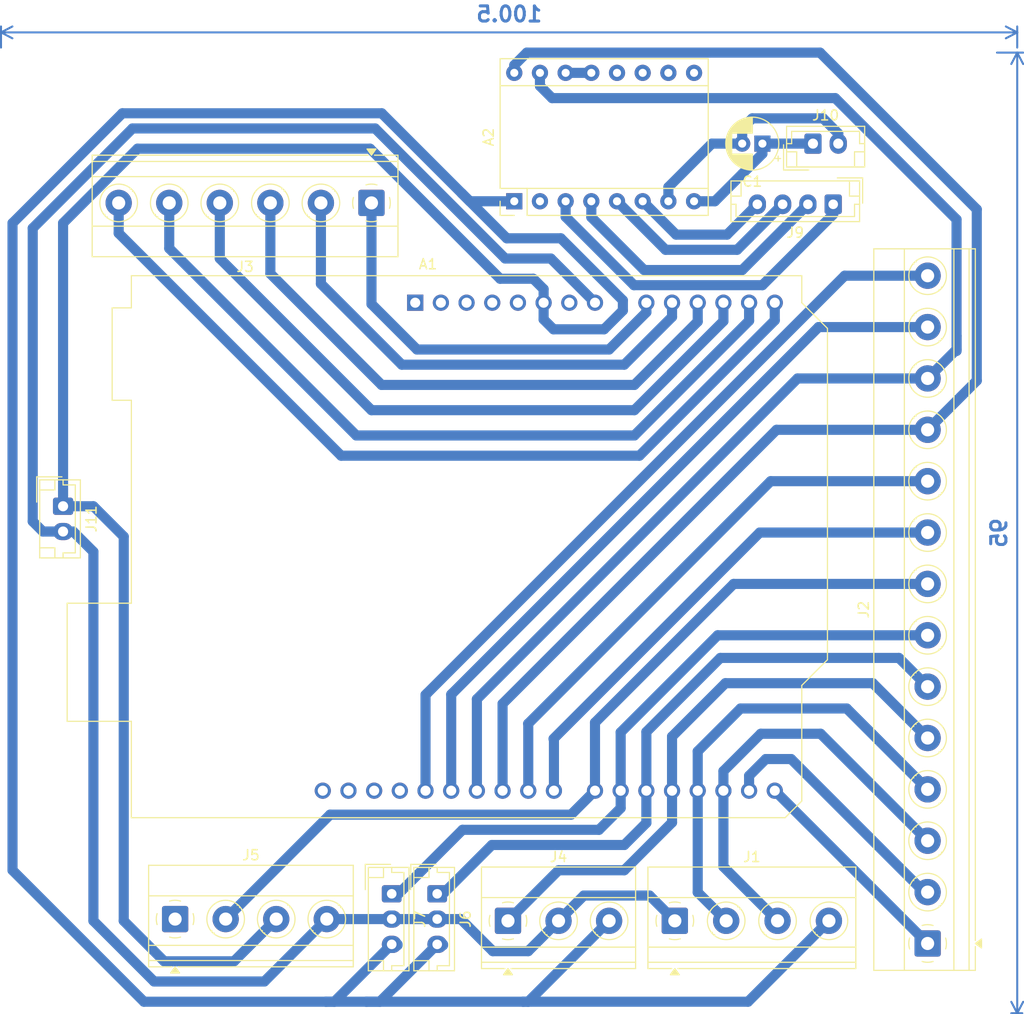
<source format=kicad_pcb>
(kicad_pcb (version 20241229) (generator "pcbnew") (generator_version "9.0")
  (layers (0 "F.Cu" signal) (2 "B.Cu" signal) (13 "F.Paste" user) (15 "B.Paste" user) (5 "F.SilkS" user "F.Silkscreen") (7 "B.SilkS" user "B.Silkscreen") (1 "F.Mask" user) (3 "B.Mask" user) (25 "Edge.Cuts" user))
  (net 0 "")
  (net 1 "/7")
  (net 2 "/0")
  (net 3 "/A1")
  (net 5 "/A4")
  (net 8 "+5V")
  (net 9 "/~9")
  (net 10 "/A5")
  (net 11 "/A3")
  (net 12 "/4")
  (net 16 "/1")
  (net 17 "/~3")
  (net 18 "/A2")
  (net 20 "/~10")
  (net 21 "/2")
  (net 22 "/12")
  (net 23 "/13")
  (net 26 "/A0")
  (net 27 "/~6")
  (net 29 "/8")
  (net 30 "GND")
  (net 31 "/~11")
  (net 32 "/~5")
  (net 35 "Net-(A2-B2)")
  (net 36 "Net-(A2-VMOT)")
  (net 37 "Net-(J10-Pin_2)")
  (net 38 "Net-(A2-B1)")
  (net 39 "Net-(A2-A2)")
  (net 40 "Net-(A2-A1)")
  (net 45 "Net-(A2-~{RST})")
  (footprint "Capacitor_THT:CP_Radial_D5.0mm_P2.00mm" (layer "F.Cu") (at 175.8 71 180)
    (property "Reference" "C1" (at 1 -3.75 0) (layer "F.SilkS"))
    (property "Value" "100u")
    (pad "1" thru_hole rect (at 0 0 180) (size 1.6 1.6) (drill 0.8) (layers "*.Cu" "*.Mask") (net 36 "Net-(A2-VMOT)"))
    (pad "2" thru_hole circle (at 2 0 180) (size 1.6 1.6) (drill 0.8) (layers "*.Cu" "*.Mask") (net 37 "Net-(J10-Pin_2)"))
  )
  (footprint "Connector_JST:JST_EH_B3B-EH-A_1x03_P2.50mm_Vertical" (layer "F.Cu") (at 143.6375 145.19 -90)
    (property "Reference" "J6" (at 2.5 -2.8 90) (layer "F.SilkS"))
    (property "Value" "Servo 1")
    (pad "1" thru_hole roundrect (at 0 0 270) (size 1.7 1.95) (drill 0.95) (layers "*.Cu" "*.Mask") (roundrect_rratio 0.147059) (net 32 "/~5"))
    (pad "2" thru_hole oval (at 2.5 0 270) (size 1.7 1.95) (drill 0.95) (layers "*.Cu" "*.Mask") (net 8 "+5V"))
    (pad "3" thru_hole oval (at 5 0 270) (size 1.7 1.95) (drill 0.95) (layers "*.Cu" "*.Mask") (net 30 "GND"))
  )
  (footprint "Module:Pololu_Breakout-16_15.2x20.3mm" (layer "F.Cu") (at 151.26 76.7 90)
    (property "Reference" "A2" (at 6.35 -2.54 90) (layer "F.SilkS"))
    (property "Value" "Stepper Driver")
    (pad "1" thru_hole rect (at 0 0 90) (size 1.6 1.6) (drill 0.8) (layers "*.Cu" "*.Mask") (net 30 "GND"))
    (pad "2" thru_hole oval (at 0 2.54 90) (size 1.6 1.6) (drill 0.8) (layers "*.Cu" "*.Mask"))
    (pad "3" thru_hole oval (at 0 5.08 90) (size 1.6 1.6) (drill 0.8) (layers "*.Cu" "*.Mask") (net 39 "Net-(A2-A2)"))
    (pad "4" thru_hole oval (at 0 7.62 90) (size 1.6 1.6) (drill 0.8) (layers "*.Cu" "*.Mask") (net 40 "Net-(A2-A1)"))
    (pad "5" thru_hole oval (at 0 10.16 90) (size 1.6 1.6) (drill 0.8) (layers "*.Cu" "*.Mask") (net 38 "Net-(A2-B1)"))
    (pad "6" thru_hole oval (at 0 12.7 90) (size 1.6 1.6) (drill 0.8) (layers "*.Cu" "*.Mask") (net 35 "Net-(A2-B2)"))
    (pad "7" thru_hole oval (at 0 15.24 90) (size 1.6 1.6) (drill 0.8) (layers "*.Cu" "*.Mask") (net 37 "Net-(J10-Pin_2)"))
    (pad "8" thru_hole oval (at 0 17.78 90) (size 1.6 1.6) (drill 0.8) (layers "*.Cu" "*.Mask") (net 36 "Net-(A2-VMOT)"))
    (pad "9" thru_hole oval (at 12.7 17.78 90) (size 1.6 1.6) (drill 0.8) (layers "*.Cu" "*.Mask"))
    (pad "10" thru_hole oval (at 12.7 15.24 90) (size 1.6 1.6) (drill 0.8) (layers "*.Cu" "*.Mask"))
    (pad "11" thru_hole oval (at 12.7 12.7 90) (size 1.6 1.6) (drill 0.8) (layers "*.Cu" "*.Mask"))
    (pad "12" thru_hole oval (at 12.7 10.16 90) (size 1.6 1.6) (drill 0.8) (layers "*.Cu" "*.Mask"))
    (pad "13" thru_hole oval (at 12.7 7.62 90) (size 1.6 1.6) (drill 0.8) (layers "*.Cu" "*.Mask") (net 45 "Net-(A2-~{RST})"))
    (pad "14" thru_hole oval (at 12.7 5.08 90) (size 1.6 1.6) (drill 0.8) (layers "*.Cu" "*.Mask") (net 45 "Net-(A2-~{RST})"))
    (pad "15" thru_hole oval (at 12.7 2.54 90) (size 1.6 1.6) (drill 0.8) (layers "*.Cu" "*.Mask") (net 31 "/~11"))
    (pad "16" thru_hole oval (at 12.7 0 90) (size 1.6 1.6) (drill 0.8) (layers "*.Cu" "*.Mask") (net 20 "/~10"))
  )
  (footprint "Module:Arduino_UNO_R3" (layer "F.Cu") (at 141.4625 86.7325)
    (property "Reference" "A1" (at 1.27 -3.81 0) (layer "F.SilkS"))
    (property "Value" "Arduino_UNO_R3")
    (pad "1" thru_hole rect (at 0 0 90) (size 1.6 1.6) (drill 1) (layers "*.Cu" "*.Mask"))
    (pad "2" thru_hole oval (at 2.54 0 90) (size 1.6 1.6) (drill 1) (layers "*.Cu" "*.Mask"))
    (pad "3" thru_hole oval (at 5.08 0 90) (size 1.6 1.6) (drill 1) (layers "*.Cu" "*.Mask"))
    (pad "4" thru_hole oval (at 7.62 0 90) (size 1.6 1.6) (drill 1) (layers "*.Cu" "*.Mask"))
    (pad "5" thru_hole oval (at 10.16 0 90) (size 1.6 1.6) (drill 1) (layers "*.Cu" "*.Mask"))
    (pad "6" thru_hole oval (at 12.7 0 90) (size 1.6 1.6) (drill 1) (layers "*.Cu" "*.Mask") (net 30 "GND"))
    (pad "7" thru_hole oval (at 15.24 0 90) (size 1.6 1.6) (drill 1) (layers "*.Cu" "*.Mask"))
    (pad "8" thru_hole oval (at 17.78 0 90) (size 1.6 1.6) (drill 1) (layers "*.Cu" "*.Mask") (net 8 "+5V"))
    (pad "9" thru_hole oval (at 22.86 0 90) (size 1.6 1.6) (drill 1) (layers "*.Cu" "*.Mask") (net 26 "/A0"))
    (pad "10" thru_hole oval (at 25.4 0 90) (size 1.6 1.6) (drill 1) (layers "*.Cu" "*.Mask") (net 3 "/A1"))
    (pad "11" thru_hole oval (at 27.94 0 90) (size 1.6 1.6) (drill 1) (layers "*.Cu" "*.Mask") (net 18 "/A2"))
    (pad "12" thru_hole oval (at 30.48 0 90) (size 1.6 1.6) (drill 1) (layers "*.Cu" "*.Mask") (net 11 "/A3"))
    (pad "13" thru_hole oval (at 33.02 0 90) (size 1.6 1.6) (drill 1) (layers "*.Cu" "*.Mask") (net 5 "/A4"))
    (pad "14" thru_hole oval (at 35.56 0 90) (size 1.6 1.6) (drill 1) (layers "*.Cu" "*.Mask") (net 10 "/A5"))
    (pad "15" thru_hole oval (at 35.56 48.26 90) (size 1.6 1.6) (drill 1) (layers "*.Cu" "*.Mask") (net 2 "/0"))
    (pad "16" thru_hole oval (at 33.02 48.26 90) (size 1.6 1.6) (drill 1) (layers "*.Cu" "*.Mask") (net 16 "/1"))
    (pad "17" thru_hole oval (at 30.48 48.26 90) (size 1.6 1.6) (drill 1) (layers "*.Cu" "*.Mask") (net 21 "/2"))
    (pad "18" thru_hole oval (at 27.94 48.26 90) (size 1.6 1.6) (drill 1) (layers "*.Cu" "*.Mask") (net 17 "/~3"))
    (pad "19" thru_hole oval (at 25.4 48.26 90) (size 1.6 1.6) (drill 1) (layers "*.Cu" "*.Mask") (net 12 "/4"))
    (pad "20" thru_hole oval (at 22.86 48.26 90) (size 1.6 1.6) (drill 1) (layers "*.Cu" "*.Mask") (net 32 "/~5"))
    (pad "21" thru_hole oval (at 20.32 48.26 90) (size 1.6 1.6) (drill 1) (layers "*.Cu" "*.Mask") (net 27 "/~6"))
    (pad "22" thru_hole oval (at 17.78 48.26 90) (size 1.6 1.6) (drill 1) (layers "*.Cu" "*.Mask") (net 1 "/7"))
    (pad "23" thru_hole oval (at 13.72 48.26 90) (size 1.6 1.6) (drill 1) (layers "*.Cu" "*.Mask") (net 29 "/8"))
    (pad "24" thru_hole oval (at 11.18 48.26 90) (size 1.6 1.6) (drill 1) (layers "*.Cu" "*.Mask") (net 9 "/~9"))
    (pad "25" thru_hole oval (at 8.64 48.26 90) (size 1.6 1.6) (drill 1) (layers "*.Cu" "*.Mask") (net 20 "/~10"))
    (pad "26" thru_hole oval (at 6.1 48.26 90) (size 1.6 1.6) (drill 1) (layers "*.Cu" "*.Mask") (net 31 "/~11"))
    (pad "27" thru_hole oval (at 3.56 48.26 90) (size 1.6 1.6) (drill 1) (layers "*.Cu" "*.Mask") (net 22 "/12"))
    (pad "28" thru_hole oval (at 1.02 48.26 90) (size 1.6 1.6) (drill 1) (layers "*.Cu" "*.Mask") (net 23 "/13"))
    (pad "29" thru_hole oval (at -1.52 48.26 90) (size 1.6 1.6) (drill 1) (layers "*.Cu" "*.Mask"))
    (pad "30" thru_hole oval (at -4.06 48.26 90) (size 1.6 1.6) (drill 1) (layers "*.Cu" "*.Mask"))
    (pad "31" thru_hole oval (at -6.6 48.26 90) (size 1.6 1.6) (drill 1) (layers "*.Cu" "*.Mask"))
    (pad "32" thru_hole oval (at -9.14 48.26 90) (size 1.6 1.6) (drill 1) (layers "*.Cu" "*.Mask"))
  )
  (footprint "TerminalBlock_Phoenix:TerminalBlock_Phoenix_MKDS-1,5-3_1x03_P5.00mm_Horizontal" (layer "F.Cu") (at 150.6375 147.8625)
    (property "Reference" "J4" (at 5 -6.32 0) (layer "F.SilkS"))
    (property "Value" "Ir Sensor")
    (pad "1" thru_hole roundrect (at 0 0) (size 2.6 2.6) (drill 1.3) (layers "*.Cu" "*.Mask") (roundrect_rratio 0.096154) (net 12 "/4"))
    (pad "2" thru_hole circle (at 5 0) (size 2.6 2.6) (drill 1.3) (layers "*.Cu" "*.Mask") (net 8 "+5V"))
    (pad "3" thru_hole circle (at 10 0) (size 2.6 2.6) (drill 1.3) (layers "*.Cu" "*.Mask") (net 30 "GND"))
  )
  (footprint "TerminalBlock_Phoenix:TerminalBlock_Phoenix_MKDS-1,5-6_1x06_P5.00mm_Horizontal" (layer "F.Cu") (at 137.1375 76.8625 180)
    (property "Reference" "J3" (at 12.5 -6.32 0) (layer "F.SilkS"))
    (property "Value" "Additional analog")
    (pad "1" thru_hole roundrect (at 0 0 180) (size 2.6 2.6) (drill 1.3) (layers "*.Cu" "*.Mask") (roundrect_rratio 0.096154) (net 26 "/A0"))
    (pad "2" thru_hole circle (at 5 0 180) (size 2.6 2.6) (drill 1.3) (layers "*.Cu" "*.Mask") (net 3 "/A1"))
    (pad "3" thru_hole circle (at 10 0 180) (size 2.6 2.6) (drill 1.3) (layers "*.Cu" "*.Mask") (net 18 "/A2"))
    (pad "4" thru_hole circle (at 15 0 180) (size 2.6 2.6) (drill 1.3) (layers "*.Cu" "*.Mask") (net 11 "/A3"))
    (pad "5" thru_hole circle (at 20 0 180) (size 2.6 2.6) (drill 1.3) (layers "*.Cu" "*.Mask") (net 5 "/A4"))
    (pad "6" thru_hole circle (at 25 0 180) (size 2.6 2.6) (drill 1.3) (layers "*.Cu" "*.Mask") (net 10 "/A5"))
  )
  (footprint "TerminalBlock_Phoenix:TerminalBlock_Phoenix_MKDS-1,5-4-5.08_1x04_P5.08mm_Horizontal" (layer "F.Cu") (at 167.1375 147.8625)
    (property "Reference" "J1" (at 7.62 -6.32 0) (layer "F.SilkS"))
    (property "Value" "Ultra Sonic")
    (pad "1" thru_hole roundrect (at 0 0) (size 2.6 2.6) (drill 1.3) (layers "*.Cu" "*.Mask") (roundrect_rratio 0.096154) (net 8 "+5V"))
    (pad "2" thru_hole circle (at 5.08 0) (size 2.6 2.6) (drill 1.3) (layers "*.Cu" "*.Mask") (net 17 "/~3"))
    (pad "3" thru_hole circle (at 10.16 0) (size 2.6 2.6) (drill 1.3) (layers "*.Cu" "*.Mask") (net 21 "/2"))
    (pad "4" thru_hole circle (at 15.24 0) (size 2.6 2.6) (drill 1.3) (layers "*.Cu" "*.Mask") (net 30 "GND"))
  )
  (footprint "Connector_JST:JST_EH_B2B-EH-A_1x02_P2.50mm_Vertical" (layer "F.Cu") (at 180.8 71)
    (property "Reference" "J10" (at 1.25 -2.8 0) (layer "F.SilkS"))
    (property "Value" "12V")
    (pad "1" thru_hole roundrect (at 0 0) (size 1.7 2) (drill 1) (layers "*.Cu" "*.Mask") (roundrect_rratio 0.147059) (net 36 "Net-(A2-VMOT)"))
    (pad "2" thru_hole oval (at 2.5 0) (size 1.7 2) (drill 1) (layers "*.Cu" "*.Mask") (net 37 "Net-(J10-Pin_2)"))
  )
  (footprint "Connector_JST:JST_EH_B2B-EH-A_1x02_P2.50mm_Vertical" (layer "F.Cu") (at 106.6375 106.8625 -90)
    (property "Reference" "J11" (at 1.25 -2.8 90) (layer "F.SilkS"))
    (property "Value" "Power")
    (pad "1" thru_hole roundrect (at 0 0 270) (size 1.7 2) (drill 1) (layers "*.Cu" "*.Mask") (roundrect_rratio 0.147059) (net 30 "GND"))
    (pad "2" thru_hole oval (at 2.5 0 270) (size 1.7 2) (drill 1) (layers "*.Cu" "*.Mask") (net 8 "+5V"))
  )
  (footprint "Connector_JST:JST_EH_B3B-EH-A_1x03_P2.50mm_Vertical" (layer "F.Cu") (at 139.1375 145.19 -90)
    (property "Reference" "J7" (at 2.5 -2.8 90) (layer "F.SilkS"))
    (property "Value" "Servo 2")
    (pad "1" thru_hole roundrect (at 0 0 270) (size 1.7 1.95) (drill 0.95) (layers "*.Cu" "*.Mask") (roundrect_rratio 0.147059) (net 27 "/~6"))
    (pad "2" thru_hole oval (at 2.5 0 270) (size 1.7 1.95) (drill 0.95) (layers "*.Cu" "*.Mask") (net 8 "+5V"))
    (pad "3" thru_hole oval (at 5 0 270) (size 1.7 1.95) (drill 0.95) (layers "*.Cu" "*.Mask") (net 30 "GND"))
  )
  (footprint "Connector_JST:JST_EH_B4B-EH-A_1x04_P2.50mm_Vertical" (layer "F.Cu") (at 182.8 77 180)
    (property "Reference" "J9" (at 3.75 -2.8 0) (layer "F.SilkS"))
    (property "Value" "Stepper")
    (pad "1" thru_hole roundrect (at 0 0 180) (size 1.7 1.95) (drill 0.95) (layers "*.Cu" "*.Mask") (roundrect_rratio 0.147059) (net 39 "Net-(A2-A2)"))
    (pad "2" thru_hole oval (at 2.5 0 180) (size 1.7 1.95) (drill 0.95) (layers "*.Cu" "*.Mask") (net 40 "Net-(A2-A1)"))
    (pad "3" thru_hole oval (at 5 0 180) (size 1.7 1.95) (drill 0.95) (layers "*.Cu" "*.Mask") (net 38 "Net-(A2-B1)"))
    (pad "4" thru_hole oval (at 7.5 0 180) (size 1.7 1.95) (drill 0.95) (layers "*.Cu" "*.Mask") (net 35 "Net-(A2-B2)"))
  )
  (footprint "TerminalBlock_Phoenix:TerminalBlock_Phoenix_MKDS-1,5-4_1x04_P5.00mm_Horizontal" (layer "F.Cu") (at 117.7175 147.69)
    (property "Reference" "J5" (at 7.5 -6.32 0) (layer "F.SilkS"))
    (property "Value" "Smoke Sensor")
    (pad "1" thru_hole roundrect (at 0 0) (size 2.6 2.6) (drill 1.3) (layers "*.Cu" "*.Mask") (roundrect_rratio 0.096154))
    (pad "2" thru_hole circle (at 5 0) (size 2.6 2.6) (drill 1.3) (layers "*.Cu" "*.Mask") (net 1 "/7"))
    (pad "3" thru_hole circle (at 10 0) (size 2.6 2.6) (drill 1.3) (layers "*.Cu" "*.Mask") (net 30 "GND"))
    (pad "4" thru_hole circle (at 15 0) (size 2.6 2.6) (drill 1.3) (layers "*.Cu" "*.Mask") (net 8 "+5V"))
  )
  (footprint "TerminalBlock_Phoenix:TerminalBlock_Phoenix_MKDS-1,5-14-5.08_1x14_P5.08mm_Horizontal" (layer "F.Cu") (at 192.1375 150.1025 90)
    (property "Reference" "J2" (at 33.02 -6.32 90) (layer "F.SilkS"))
    (property "Value" "Additional Digital")
    (pad "1" thru_hole roundrect (at 0 0 90) (size 2.6 2.6) (drill 1.3) (layers "*.Cu" "*.Mask") (roundrect_rratio 0.096154) (net 2 "/0"))
    (pad "2" thru_hole circle (at 5.08 0 90) (size 2.6 2.6) (drill 1.3) (layers "*.Cu" "*.Mask") (net 16 "/1"))
    (pad "3" thru_hole circle (at 10.16 0 90) (size 2.6 2.6) (drill 1.3) (layers "*.Cu" "*.Mask") (net 21 "/2"))
    (pad "4" thru_hole circle (at 15.24 0 90) (size 2.6 2.6) (drill 1.3) (layers "*.Cu" "*.Mask") (net 17 "/~3"))
    (pad "5" thru_hole circle (at 20.32 0 90) (size 2.6 2.6) (drill 1.3) (layers "*.Cu" "*.Mask") (net 12 "/4"))
    (pad "6" thru_hole circle (at 25.4 0 90) (size 2.6 2.6) (drill 1.3) (layers "*.Cu" "*.Mask") (net 32 "/~5"))
    (pad "7" thru_hole circle (at 30.48 0 90) (size 2.6 2.6) (drill 1.3) (layers "*.Cu" "*.Mask") (net 27 "/~6"))
    (pad "8" thru_hole circle (at 35.56 0 90) (size 2.6 2.6) (drill 1.3) (layers "*.Cu" "*.Mask") (net 1 "/7"))
    (pad "9" thru_hole circle (at 40.64 0 90) (size 2.6 2.6) (drill 1.3) (layers "*.Cu" "*.Mask") (net 29 "/8"))
    (pad "10" thru_hole circle (at 45.72 0 90) (size 2.6 2.6) (drill 1.3) (layers "*.Cu" "*.Mask") (net 9 "/~9"))
    (pad "11" thru_hole circle (at 50.8 0 90) (size 2.6 2.6) (drill 1.3) (layers "*.Cu" "*.Mask") (net 20 "/~10"))
    (pad "12" thru_hole circle (at 55.88 0 90) (size 2.6 2.6) (drill 1.3) (layers "*.Cu" "*.Mask") (net 31 "/~11"))
    (pad "13" thru_hole circle (at 60.96 0 90) (size 2.6 2.6) (drill 1.3) (layers "*.Cu" "*.Mask") (net 22 "/12"))
    (pad "14" thru_hole circle (at 66.04 0 90) (size 2.6 2.6) (drill 1.3) (layers "*.Cu" "*.Mask") (net 23 "/13"))
  )
  (dimension (type orthogonal) (layer "B.Cu") (pts (xy 198.5 62) (xy 202 157)) (height 2.5) (orientation 1) (format (prefix "") (suffix "") (units 3) (units_format 0) (precision 4) (suppress_zeroes yes)) (style (thickness 0.2) (arrow_length 1.27) (text_position_mode 0) (arrow_direction outward) (extension_height 0.58642) (extension_offset 0.5) (keep_text_aligned yes)) (gr_text "95" (at 199.2 109.5 90) (layer "B.Cu") (effects (font (size 1.5 1.5) (thickness 0.3)) (justify mirror))))
  (dimension (type orthogonal) (layer "B.Cu") (pts (xy 201 62) (xy 100.5 62)) (height -2) (orientation 0) (format (prefix "") (suffix "") (units 3) (units_format 0) (precision 4) (suppress_zeroes yes)) (style (thickness 0.2) (arrow_length 1.27) (text_position_mode 0) (arrow_direction outward) (extension_height 0.58642) (extension_offset 0.5) (keep_text_aligned yes)) (gr_text "100.5" (at 150.75 58.2 0) (layer "B.Cu") (effects (font (size 1.5 1.5) (thickness 0.3)) (justify mirror))))
  (segment (start 133.045 137.3625) (end 156.8725 137.3625) (width 1) (layer "B.Cu") (net 1))
  (segment (start 156.8725 137.3625) (end 159.2425 134.9925) (width 1) (layer "B.Cu") (net 1))
  (segment (start 192.1375 114.5425) (end 172.9575 114.5425) (width 1) (layer "B.Cu") (net 1))
  (segment (start 172.9575 114.5425) (end 159.2425 128.2575) (width 1) (layer "B.Cu") (net 1))
  (segment (start 122.7175 147.69) (end 133.045 137.3625) (width 1) (layer "B.Cu") (net 1))
  (segment (start 159.2425 134.9925) (end 159.2425 128.2575) (width 1) (layer "B.Cu") (net 1))
  (segment (start 192.1325 150.1025) (end 177.0225 134.9925) (width 1) (layer "B.Cu") (net 2))
  (segment (start 192.1375 150.1025) (end 192.1325 150.1025) (width 1) (layer "B.Cu") (net 2))
  (segment (start 132.1375 76.8625) (end 132.1375 84.8625) (width 1) (layer "B.Cu") (net 3))
  (segment (start 132.1375 84.8625) (end 140.1375 92.8625) (width 1) (layer "B.Cu") (net 3))
  (segment (start 166.8625 88.1375) (end 166.8625 86.7325) (width 1) (layer "B.Cu") (net 3))
  (segment (start 140.1375 92.8625) (end 162.1375 92.8625) (width 1) (layer "B.Cu") (net 3))
  (segment (start 162.1375 92.8625) (end 166.8625 88.1375) (width 1) (layer "B.Cu") (net 3))
  (segment (start 174.4825 88.5175) (end 174.4825 86.7325) (width 1) (layer "B.Cu") (net 5))
  (segment (start 163.1375 99.8625) (end 174.4825 88.5175) (width 1) (layer "B.Cu") (net 5))
  (segment (start 135.6375 99.8625) (end 163.1375 99.8625) (width 1) (layer "B.Cu") (net 5))
  (segment (start 117.1375 81.3625) (end 135.6375 99.8625) (width 1) (layer "B.Cu") (net 5))
  (segment (start 117.1375 76.8625) (end 117.1375 81.3625) (width 1) (layer "B.Cu") (net 5))
  (segment (start 107.6375 109.3625) (end 106.6375 109.3625) (width 1) (layer "B.Cu") (net 8))
  (segment (start 103.6375 79.3625) (end 103.6375 108.3625) (width 1) (layer "B.Cu") (net 8))
  (segment (start 158.1375 145.3625) (end 155.6375 147.8625) (width 1) (layer "B.Cu") (net 8))
  (segment (start 154.8725 82.3625) (end 150.3625 82.3625) (width 1) (layer "B.Cu") (net 8))
  (segment (start 109.6375 147.8625) (end 109.6375 111.3625) (width 1) (layer "B.Cu") (net 8))
  (segment (start 149.1375 150.8625) (end 145.965 147.69) (width 1) (layer "B.Cu") (net 8))
  (segment (start 103.6375 108.3625) (end 104.6375 109.3625) (width 1) (layer "B.Cu") (net 8))
  (segment (start 132.7175 147.69) (end 139.7175 147.69) (width 1) (layer "B.Cu") (net 8))
  (segment (start 167.1375 147.8625) (end 164.6375 145.3625) (width 1) (layer "B.Cu") (net 8))
  (segment (start 109.6375 111.3625) (end 107.6375 109.3625) (width 1) (layer "B.Cu") (net 8))
  (segment (start 152.6375 150.8625) (end 149.1375 150.8625) (width 1) (layer "B.Cu") (net 8))
  (segment (start 115.6375 153.8625) (end 109.6375 147.8625) (width 1) (layer "B.Cu") (net 8))
  (segment (start 132.7175 147.69) (end 126.545 153.8625) (width 1) (layer "B.Cu") (net 8))
  (segment (start 164.6375 145.3625) (end 158.1375 145.3625) (width 1) (layer "B.Cu") (net 8))
  (segment (start 150.3625 82.3625) (end 137.5 69.5) (width 1) (layer "B.Cu") (net 8))
  (segment (start 126.545 153.8625) (end 115.6375 153.8625) (width 1) (layer "B.Cu") (net 8))
  (segment (start 137.5 69.5) (end 113.5 69.5) (width 1) (layer "B.Cu") (net 8))
  (segment (start 145.965 147.69) (end 143.6375 147.69) (width 1) (layer "B.Cu") (net 8))
  (segment (start 155.6375 147.8625) (end 152.6375 150.8625) (width 1) (layer "B.Cu") (net 8))
  (segment (start 113.5 69.5) (end 103.6375 79.3625) (width 1) (layer "B.Cu") (net 8))
  (segment (start 104.6375 109.3625) (end 106.6375 109.3625) (width 1) (layer "B.Cu") (net 8))
  (segment (start 132.7175 147.69) (end 132.7175 147.7825) (width 1) (layer "B.Cu") (net 8))
  (segment (start 159.2425 86.7325) (end 154.8725 82.3625) (width 1) (layer "B.Cu") (net 8))
  (segment (start 144.2175 147.69) (end 139.7175 147.69) (width 1) (layer "B.Cu") (net 8))
  (segment (start 176.6175 104.3825) (end 152.6375 128.3625) (width 1) (layer "B.Cu") (net 9))
  (segment (start 152.6425 128.3675) (end 152.6425 134.9925) (width 1) (layer "B.Cu") (net 9))
  (segment (start 152.6375 128.3625) (end 152.6425 128.3675) (width 1) (layer "B.Cu") (net 9))
  (segment (start 192.1375 104.3825) (end 176.6175 104.3825) (width 1) (layer "B.Cu") (net 9))
  (segment (start 163.6375 101.8625) (end 134.1375 101.8625) (width 1) (layer "B.Cu") (net 10))
  (segment (start 112.1375 76.8625) (end 112.1375 79.8625) (width 1) (layer "B.Cu") (net 10))
  (segment (start 112.1375 79.8625) (end 134.1375 101.8625) (width 1) (layer "B.Cu") (net 10))
  (segment (start 177.0225 88.4775) (end 163.6375 101.8625) (width 1) (layer "B.Cu") (net 10))
  (segment (start 177.0225 86.7325) (end 177.0225 88.4775) (width 1) (layer "B.Cu") (net 10))
  (segment (start 163.1375 97.3625) (end 171.9425 88.5575) (width 1) (layer "B.Cu") (net 11))
  (segment (start 137.1375 97.3625) (end 163.1375 97.3625) (width 1) (layer "B.Cu") (net 11))
  (segment (start 122.1375 82.3625) (end 137.1375 97.3625) (width 1) (layer "B.Cu") (net 11))
  (segment (start 171.9425 88.5575) (end 171.9425 86.7325) (width 1) (layer "B.Cu") (net 11))
  (segment (start 122.1375 76.8625) (end 122.1375 82.3625) (width 1) (layer "B.Cu") (net 11))
  (segment (start 186.7175 124.3625) (end 172.1375 124.3625) (width 1) (layer "B.Cu") (net 12))
  (segment (start 192.1375 129.7825) (end 186.7175 124.3625) (width 1) (layer "B.Cu") (net 12))
  (segment (start 166.8625 138.1375) (end 166.8625 134.9925) (width 1) (layer "B.Cu") (net 12))
  (segment (start 155.6375 142.8625) (end 162.1375 142.8625) (width 1) (layer "B.Cu") (net 12))
  (segment (start 166.8625 129.6375) (end 166.8625 134.9925) (width 1) (layer "B.Cu") (net 12))
  (segment (start 172.1375 124.3625) (end 166.8625 129.6375) (width 1) (layer "B.Cu") (net 12))
  (segment (start 150.6375 147.8625) (end 155.6375 142.8625) (width 1) (layer "B.Cu") (net 12))
  (segment (start 162.1375 142.8625) (end 166.8625 138.1375) (width 1) (layer "B.Cu") (net 12))
  (segment (start 176.1375 131.8625) (end 174.4825 133.5175) (width 1) (layer "B.Cu") (net 16))
  (segment (start 178.6375 131.8625) (end 176.1375 131.8625) (width 1) (layer "B.Cu") (net 16))
  (segment (start 191.7975 145.0225) (end 178.6375 131.8625) (width 1) (layer "B.Cu") (net 16))
  (segment (start 192.1375 145.0225) (end 191.7975 145.0225) (width 1) (layer "B.Cu") (net 16))
  (segment (start 174.4825 133.5175) (end 174.4825 134.9925) (width 1) (layer "B.Cu") (net 16))
  (segment (start 169.4025 131.0975) (end 169.4025 134.9925) (width 1) (layer "B.Cu") (net 17))
  (segment (start 169.4025 145.0475) (end 172.2175 147.8625) (width 1) (layer "B.Cu") (net 17))
  (segment (start 169.4025 134.9925) (end 169.4025 145.0475) (width 1) (layer "B.Cu") (net 17))
  (segment (start 192.1375 134.8625) (end 184.1375 126.8625) (width 1) (layer "B.Cu") (net 17))
  (segment (start 173.6375 126.8625) (end 169.4025 131.0975) (width 1) (layer "B.Cu") (net 17))
  (segment (start 184.1375 126.8625) (end 173.6375 126.8625) (width 1) (layer "B.Cu") (net 17))
  (segment (start 127.1375 83.8625) (end 138.1375 94.8625) (width 1) (layer "B.Cu") (net 18))
  (segment (start 169.4025 88.5975) (end 169.4025 86.7325) (width 1) (layer "B.Cu") (net 18))
  (segment (start 127.1375 76.8625) (end 127.1375 83.8625) (width 1) (layer "B.Cu") (net 18))
  (segment (start 163.1375 94.8625) (end 169.4025 88.5975) (width 1) (layer "B.Cu") (net 18))
  (segment (start 138.1375 94.8625) (end 163.1375 94.8625) (width 1) (layer "B.Cu") (net 18))
  (segment (start 197 94.44) (end 192.1375 99.3025) (width 1) (layer "B.Cu") (net 20))
  (segment (start 151.26 64) (end 151.26 63.24) (width 1) (layer "B.Cu") (net 20))
  (segment (start 177.1975 99.3025) (end 150.1025 126.3975) (width 1) (layer "B.Cu") (net 20))
  (segment (start 181.5 62) (end 197 77.5) (width 1) (layer "B.Cu") (net 20))
  (segment (start 150.1025 126.3975) (end 150.1025 134.9925) (width 1) (layer "B.Cu") (net 20))
  (segment (start 192.1375 99.3025) (end 177.1975 99.3025) (width 1) (layer "B.Cu") (net 20))
  (segment (start 152.5 62) (end 181.5 62) (width 1) (layer "B.Cu") (net 20))
  (segment (start 151.26 63.24) (end 152.5 62) (width 1) (layer "B.Cu") (net 20))
  (segment (start 197 77.5) (end 197 94.44) (width 1) (layer "B.Cu") (net 20))
  (segment (start 181.5575 129.3625) (end 175.6375 129.3625) (width 1) (layer "B.Cu") (net 21))
  (segment (start 175.6375 129.3625) (end 171.9425 133.0575) (width 1) (layer "B.Cu") (net 21))
  (segment (start 171.9425 134.9925) (end 171.9425 142.5075) (width 1) (layer "B.Cu") (net 21))
  (segment (start 171.9425 133.0575) (end 171.9425 134.9925) (width 1) (layer "B.Cu") (net 21))
  (segment (start 192.1375 139.9425) (end 181.5575 129.3625) (width 1) (layer "B.Cu") (net 21))
  (segment (start 171.9425 142.5075) (end 177.2975 147.8625) (width 1) (layer "B.Cu") (net 21))
  (segment (start 181.3575 89.1425) (end 145.1375 125.3625) (width 1) (layer "B.Cu") (net 22))
  (segment (start 145.0225 134.9925) (end 145.0225 125.4775) (width 1) (layer "B.Cu") (net 22))
  (segment (start 145.0225 125.4775) (end 145.1375 125.3625) (width 1) (layer "B.Cu") (net 22))
  (segment (start 192.1375 89.1425) (end 181.3575 89.1425) (width 1) (layer "B.Cu") (net 22))
  (segment (start 192.1375 84.0625) (end 183.9375 84.0625) (width 1) (layer "B.Cu") (net 23))
  (segment (start 142.4825 125.5175) (end 142.6375 125.3625) (width 1) (layer "B.Cu") (net 23))
  (segment (start 142.4825 134.9925) (end 142.4825 125.5175) (width 1) (layer "B.Cu") (net 23))
  (segment (start 183.9375 84.0625) (end 142.6375 125.3625) (width 1) (layer "B.Cu") (net 23))
  (segment (start 160.6375 91.3625) (end 164.3225 87.6775) (width 1) (layer "B.Cu") (net 26))
  (segment (start 141.6375 91.3625) (end 160.6375 91.3625) (width 1) (layer "B.Cu") (net 26))
  (segment (start 137.1375 86.8625) (end 141.6375 91.3625) (width 1) (layer "B.Cu") (net 26))
  (segment (start 137.1375 76.8625) (end 137.1375 86.8625) (width 1) (layer "B.Cu") (net 26))
  (segment (start 164.3225 87.6775) (end 164.3225 86.7325) (width 1) (layer "B.Cu") (net 26))
  (segment (start 171.3775 119.6225) (end 161.7825 129.2175) (width 1) (layer "B.Cu") (net 27))
  (segment (start 192.1375 119.6225) (end 171.3775 119.6225) (width 1) (layer "B.Cu") (net 27))
  (segment (start 159.6375 138.8625) (end 161.7825 136.7175) (width 1) (layer "B.Cu") (net 27))
  (segment (start 139.81 145.19) (end 139.1375 145.19) (width 1) (layer "B.Cu") (net 27))
  (segment (start 146.1375 138.8625) (end 159.6375 138.8625) (width 1) (layer "B.Cu") (net 27))
  (segment (start 146.1375 138.8625) (end 139.81 145.19) (width 1) (layer "B.Cu") (net 27))
  (segment (start 161.7825 136.7175) (end 161.7825 134.9925) (width 1) (layer "B.Cu") (net 27))
  (segment (start 161.7825 129.2175) (end 161.7825 134.9925) (width 1) (layer "B.Cu") (net 27))
  (segment (start 175.5375 109.4625) (end 155.1375 129.8625) (width 1) (layer "B.Cu") (net 29))
  (segment (start 192.1375 109.4625) (end 175.5375 109.4625) (width 1) (layer "B.Cu") (net 29))
  (segment (start 155.1825 134.9925) (end 155.1825 129.9075) (width 1) (layer "B.Cu") (net 29))
  (segment (start 116.6375 151.8625) (end 112.6375 147.8625) (width 1) (layer "B.Cu") (net 30))
  (segment (start 139.1375 150.19) (end 133.465 155.8625) (width 1) (layer "B.Cu") (net 30))
  (segment (start 112.5 68) (end 101.6375 78.8625) (width 1) (layer "B.Cu") (net 30))
  (segment (start 133.465 155.8625) (end 132.6375 155.8625) (width 1) (layer "B.Cu") (net 30))
  (segment (start 137.965 155.8625) (end 136.6375 155.8625) (width 1) (layer "B.Cu") (net 30))
  (segment (start 154.1625 85.3875) (end 154.1625 86.7325) (width 1) (layer "B.Cu") (net 30))
  (segment (start 146.854582 76.7) (end 146.077291 75.922709) (width 1) (layer "B.Cu") (net 30))
  (segment (start 138.154583 68) (end 112.5 68) (width 1) (layer "B.Cu") (net 30))
  (segment (start 155.1375 89.3625) (end 160.1375 89.3625) (width 1) (layer "B.Cu") (net 30))
  (segment (start 160.6375 147.8625) (end 152.6375 155.8625) (width 1) (layer "B.Cu") (net 30))
  (segment (start 101.6375 78.8625) (end 101.6375 142.8625) (width 1) (layer "B.Cu") (net 30))
  (segment (start 154.1625 88.3875) (end 155.1375 89.3625) (width 1) (layer "B.Cu") (net 30))
  (segment (start 149.8625 84.3625) (end 153.1375 84.3625) (width 1) (layer "B.Cu") (net 30))
  (segment (start 114.6375 155.8625) (end 132.6375 155.8625) (width 1) (layer "B.Cu") (net 30))
  (segment (start 152.1375 155.8625) (end 174.3775 155.8625) (width 1) (layer "B.Cu") (net 30))
  (segment (start 123.545 151.8625) (end 116.6375 151.8625) (width 1) (layer "B.Cu") (net 30))
  (segment (start 144.2175 150.19) (end 144.2175 150.2825) (width 1) (layer "B.Cu") (net 30))
  (segment (start 143.6375 150.19) (end 137.965 155.8625) (width 1) (layer "B.Cu") (net 30))
  (segment (start 112.6375 109.8625) (end 109.6375 106.8625) (width 1) (layer "B.Cu") (net 30))
  (segment (start 155.8625 80.3625) (end 150.517083 80.3625) (width 1) (layer "B.Cu") (net 30))
  (segment (start 150.517083 80.3625) (end 146.077291 75.922709) (width 1) (layer "B.Cu") (net 30))
  (segment (start 136.6375 155.8625) (end 152.1375 155.8625) (width 1) (layer "B.Cu") (net 30))
  (segment (start 151.26 76.7) (end 146.854582 76.7) (width 1) (layer "B.Cu") (net 30))
  (segment (start 101.6375 142.8625) (end 114.6375 155.8625) (width 1) (layer "B.Cu") (net 30))
  (segment (start 137 71.5) (end 149.8625 84.3625) (width 1) (layer "B.Cu") (net 30))
  (segment (start 146.077291 75.922709) (end 138.154583 68) (width 1) (layer "B.Cu") (net 30))
  (segment (start 162 86.5) (end 155.8625 80.3625) (width 1) (layer "B.Cu") (net 30))
  (segment (start 114 71.5) (end 137 71.5) (width 1) (layer "B.Cu") (net 30))
  (segment (start 174.3775 155.8625) (end 182.3775 147.8625) (width 1) (layer "B.Cu") (net 30))
  (segment (start 112.6375 147.8625) (end 112.6375 109.8625) (width 1) (layer "B.Cu") (net 30))
  (segment (start 139.7175 150.19) (end 139.7175 150.2825) (width 1) (layer "B.Cu") (net 30))
  (segment (start 109.6375 106.8625) (end 106.6375 106.8625) (width 1) (layer "B.Cu") (net 30))
  (segment (start 160.1375 89.3625) (end 162 87.5) (width 1) (layer "B.Cu") (net 30))
  (segment (start 106.6375 106.8625) (end 106.6375 78.8625) (width 1) (layer "B.Cu") (net 30))
  (segment (start 162 87.5) (end 162 86.5) (width 1) (layer "B.Cu") (net 30))
  (segment (start 152.1375 155.8625) (end 152.6375 155.8625) (width 1) (layer "B.Cu") (net 30))
  (segment (start 132.6375 155.8625) (end 136.6375 155.8625) (width 1) (layer "B.Cu") (net 30))
  (segment (start 154.1625 86.7325) (end 154.1625 88.3875) (width 1) (layer "B.Cu") (net 30))
  (segment (start 106.6375 78.8625) (end 114 71.5) (width 1) (layer "B.Cu") (net 30))
  (segment (start 153.1375 84.3625) (end 154.1625 85.3875) (width 1) (layer "B.Cu") (net 30))
  (segment (start 127.7175 147.69) (end 123.545 151.8625) (width 1) (layer "B.Cu") (net 30))
  (segment (start 155 66.5) (end 183 66.5) (width 1) (layer "B.Cu") (net 31))
  (segment (start 147.5625 125.9375) (end 147.5625 134.9925) (width 1) (layer "B.Cu") (net 31))
  (segment (start 195 90) (end 195 78.5) (width 1) (layer "B.Cu") (net 31))
  (segment (start 192.1375 94.2225) (end 179.2775 94.2225) (width 1) (layer "B.Cu") (net 31))
  (segment (start 179.2775 94.2225) (end 147.5625 125.9375) (width 1) (layer "B.Cu") (net 31))
  (segment (start 195 91.36) (end 195 90) (width 1) (layer "B.Cu") (net 31))
  (segment (start 153.8 65.3) (end 155 66.5) (width 1) (layer "B.Cu") (net 31))
  (segment (start 192.1375 94.2225) (end 195 91.36) (width 1) (layer "B.Cu") (net 31))
  (segment (start 153.8 64) (end 153.8 65.3) (width 1) (layer "B.Cu") (net 31))
  (segment (start 195 91.5) (end 194.86 91.5) (width 1) (layer "B.Cu") (net 31))
  (segment (start 183 66.5) (end 195 78.5) (width 1) (layer "B.Cu") (net 31))
  (segment (start 195 91.5) (end 195 90) (width 1) (layer "B.Cu") (net 31))
  (segment (start 164.3225 138.1775) (end 164.3225 134.9925) (width 1) (layer "B.Cu") (net 32))
  (segment (start 171.6375 121.8625) (end 164.3225 129.1775) (width 1) (layer "B.Cu") (net 32))
  (segment (start 192.1375 124.7025) (end 189.2975 121.8625) (width 1) (layer "B.Cu") (net 32))
  (segment (start 143.6375 145.19) (end 144.2175 145.19) (width 1) (layer "B.Cu") (net 32))
  (segment (start 149.045 140.3625) (end 162.1375 140.3625) (width 1) (layer "B.Cu") (net 32))
  (segment (start 144.2175 145.19) (end 149.045 140.3625) (width 1) (layer "B.Cu") (net 32))
  (segment (start 164.3225 129.1775) (end 164.3225 134.9925) (width 1) (layer "B.Cu") (net 32))
  (segment (start 162.1375 140.3625) (end 164.3225 138.1775) (width 1) (layer "B.Cu") (net 32))
  (segment (start 189.2975 121.8625) (end 171.6375 121.8625) (width 1) (layer "B.Cu") (net 32))
  (segment (start 167.26 80) (end 163.96 76.7) (width 1) (layer "B.Cu") (net 35))
  (segment (start 175.3 77) (end 172.3 80) (width 1) (layer "B.Cu") (net 35))
  (segment (start 172.3 80) (end 167.26 80) (width 1) (layer "B.Cu") (net 35))
  (segment (start 169.04 76.7) (end 171.1 76.7) (width 1) (layer "B.Cu") (net 36))
  (segment (start 175.8 72) (end 173.8 74) (width 1) (layer "B.Cu") (net 36))
  (segment (start 175.8 71) (end 180.8 71) (width 1) (layer "B.Cu") (net 36))
  (segment (start 175.8 71) (end 175.8 72) (width 1) (layer "B.Cu") (net 36))
  (segment (start 171.1 76.7) (end 173.8 74) (width 1) (layer "B.Cu") (net 36))
  (segment (start 183.3 70) (end 183.3 71) (width 1) (layer "B.Cu") (net 37))
  (segment (start 166.5 75.3) (end 170.8 71) (width 1) (layer "B.Cu") (net 37))
  (segment (start 173.8 71) (end 173.8 69.5) (width 1) (layer "B.Cu") (net 37))
  (segment (start 166.5 76.7) (end 166.5 75.3) (width 1) (layer "B.Cu") (net 37))
  (segment (start 173.8 69.5) (end 174.8 68.5) (width 1) (layer "B.Cu") (net 37))
  (segment (start 181.8 68.5) (end 183.3 70) (width 1) (layer "B.Cu") (net 37))
  (segment (start 173.8 71) (end 170.8 71) (width 1) (layer "B.Cu") (net 37))
  (segment (start 174.8 68.5) (end 181.8 68.5) (width 1) (layer "B.Cu") (net 37))
  (segment (start 173.3 81.5) (end 166.22 81.5) (width 1) (layer "B.Cu") (net 38))
  (segment (start 166.22 81.5) (end 161.42 76.7) (width 1) (layer "B.Cu") (net 38))
  (segment (start 177.8 77) (end 173.3 81.5) (width 1) (layer "B.Cu") (net 38))
  (segment (start 182.8 77) (end 182.8 78) (width 1) (layer "B.Cu") (net 39))
  (segment (start 182.8 78) (end 175.8 85) (width 1) (layer "B.Cu") (net 39))
  (segment (start 163.1 85) (end 156.34 78.24) (width 1) (layer "B.Cu") (net 39))
  (segment (start 175.8 85) (end 163.1 85) (width 1) (layer "B.Cu") (net 39))
  (segment (start 156.34 78.24) (end 156.34 76.7) (width 1) (layer "B.Cu") (net 39))
  (segment (start 164.1 83.5) (end 158.88 78.28) (width 1) (layer "B.Cu") (net 40))
  (segment (start 180.3 77) (end 173.8 83.5) (width 1) (layer "B.Cu") (net 40))
  (segment (start 158.88 78.28) (end 158.88 76.7) (width 1) (layer "B.Cu") (net 40))
  (segment (start 173.8 83.5) (end 164.1 83.5) (width 1) (layer "B.Cu") (net 40))
  (segment (start 156.34 64) (end 158.88 64) (width 1) (layer "B.Cu") (net 45))
)
</source>
